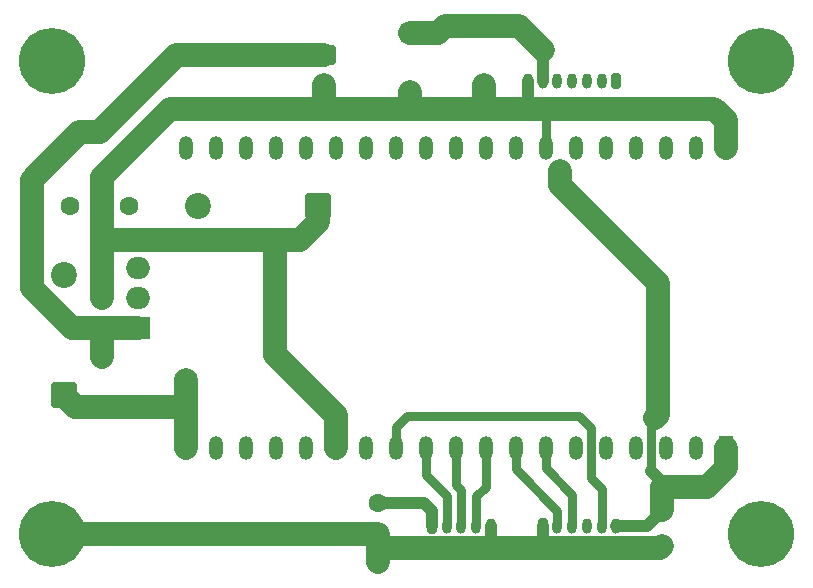
<source format=gbr>
%TF.GenerationSoftware,KiCad,Pcbnew,9.0.4*%
%TF.CreationDate,2025-12-06T22:06:23+01:00*%
%TF.ProjectId,bluebox,626c7565-626f-4782-9e6b-696361645f70,rev?*%
%TF.SameCoordinates,Original*%
%TF.FileFunction,Copper,L1,Top*%
%TF.FilePolarity,Positive*%
%FSLAX46Y46*%
G04 Gerber Fmt 4.6, Leading zero omitted, Abs format (unit mm)*
G04 Created by KiCad (PCBNEW 9.0.4) date 2025-12-06 22:06:23*
%MOMM*%
%LPD*%
G01*
G04 APERTURE LIST*
G04 Aperture macros list*
%AMRoundRect*
0 Rectangle with rounded corners*
0 $1 Rounding radius*
0 $2 $3 $4 $5 $6 $7 $8 $9 X,Y pos of 4 corners*
0 Add a 4 corners polygon primitive as box body*
4,1,4,$2,$3,$4,$5,$6,$7,$8,$9,$2,$3,0*
0 Add four circle primitives for the rounded corners*
1,1,$1+$1,$2,$3*
1,1,$1+$1,$4,$5*
1,1,$1+$1,$6,$7*
1,1,$1+$1,$8,$9*
0 Add four rect primitives between the rounded corners*
20,1,$1+$1,$2,$3,$4,$5,0*
20,1,$1+$1,$4,$5,$6,$7,0*
20,1,$1+$1,$6,$7,$8,$9,0*
20,1,$1+$1,$8,$9,$2,$3,0*%
G04 Aperture macros list end*
%TA.AperFunction,ComponentPad*%
%ADD10C,1.600000*%
%TD*%
%TA.AperFunction,ComponentPad*%
%ADD11RoundRect,0.249999X0.850001X0.850001X-0.850001X0.850001X-0.850001X-0.850001X0.850001X-0.850001X0*%
%TD*%
%TA.AperFunction,ComponentPad*%
%ADD12C,2.200000*%
%TD*%
%TA.AperFunction,ComponentPad*%
%ADD13C,5.600000*%
%TD*%
%TA.AperFunction,ComponentPad*%
%ADD14R,2.000000X1.905000*%
%TD*%
%TA.AperFunction,ComponentPad*%
%ADD15O,2.000000X1.905000*%
%TD*%
%TA.AperFunction,ComponentPad*%
%ADD16RoundRect,0.200000X-0.200000X-0.450000X0.200000X-0.450000X0.200000X0.450000X-0.200000X0.450000X0*%
%TD*%
%TA.AperFunction,ComponentPad*%
%ADD17O,0.800000X1.300000*%
%TD*%
%TA.AperFunction,ComponentPad*%
%ADD18RoundRect,0.250000X-0.550000X0.550000X-0.550000X-0.550000X0.550000X-0.550000X0.550000X0.550000X0*%
%TD*%
%TA.AperFunction,ComponentPad*%
%ADD19C,2.000000*%
%TD*%
%TA.AperFunction,ComponentPad*%
%ADD20RoundRect,0.200000X0.200000X0.450000X-0.200000X0.450000X-0.200000X-0.450000X0.200000X-0.450000X0*%
%TD*%
%TA.AperFunction,ComponentPad*%
%ADD21RoundRect,0.249999X0.850001X-0.850001X0.850001X0.850001X-0.850001X0.850001X-0.850001X-0.850001X0*%
%TD*%
%TA.AperFunction,ComponentPad*%
%ADD22RoundRect,0.250000X-0.750000X0.600000X-0.750000X-0.600000X0.750000X-0.600000X0.750000X0.600000X0*%
%TD*%
%TA.AperFunction,ComponentPad*%
%ADD23O,2.000000X1.700000*%
%TD*%
%TA.AperFunction,ComponentPad*%
%ADD24R,1.200000X2.000000*%
%TD*%
%TA.AperFunction,ComponentPad*%
%ADD25O,1.200000X2.000000*%
%TD*%
%TA.AperFunction,ViaPad*%
%ADD26C,0.800000*%
%TD*%
%TA.AperFunction,ViaPad*%
%ADD27C,2.000000*%
%TD*%
%TA.AperFunction,Conductor*%
%ADD28C,2.000000*%
%TD*%
%TA.AperFunction,Conductor*%
%ADD29C,0.370000*%
%TD*%
%TA.AperFunction,Conductor*%
%ADD30C,0.800000*%
%TD*%
%TA.AperFunction,Conductor*%
%ADD31C,1.000000*%
%TD*%
G04 APERTURE END LIST*
D10*
%TO.P,C202,1*%
%TO.N,Net-(D201-A)*%
X136500000Y-92250000D03*
%TO.P,C202,2*%
%TO.N,Net-(D202-A)*%
X141500000Y-92250000D03*
%TD*%
D11*
%TO.P,D202,1,K*%
%TO.N,GND*%
X157480000Y-92250000D03*
D12*
%TO.P,D202,2,A*%
%TO.N,Net-(D202-A)*%
X147320000Y-92250000D03*
%TD*%
D13*
%TO.P,H102,1,1*%
%TO.N,unconnected-(H102-Pad1)*%
X135000000Y-80000000D03*
%TD*%
D14*
%TO.P,U201,1,IN*%
%TO.N,Net-(J201-Pin_1)*%
X142240000Y-102535000D03*
D15*
%TO.P,U201,2,GND*%
%TO.N,Net-(D202-A)*%
X142240000Y-99995000D03*
%TO.P,U201,3,OUT*%
%TO.N,Net-(D201-A)*%
X142240000Y-97455000D03*
%TD*%
D16*
%TO.P,J303,1,Pin_1*%
%TO.N,GND*%
X176500000Y-119300000D03*
D17*
%TO.P,J303,2,Pin_2*%
%TO.N,Net-(J303-Pin_2)*%
X177750000Y-119300000D03*
%TO.P,J303,3,Pin_3*%
%TO.N,Net-(J303-Pin_3)*%
X179000000Y-119300000D03*
%TO.P,J303,4,Pin_4*%
%TO.N,Net-(J303-Pin_4)*%
X180250000Y-119300000D03*
%TO.P,J303,5,Pin_5*%
%TO.N,Net-(J303-Pin_5)*%
X181500000Y-119300000D03*
%TO.P,J303,6,Pin_6*%
%TO.N,Net-(J301-Pin_6)*%
X182750000Y-119300000D03*
%TD*%
D18*
%TO.P,C302,1*%
%TO.N,Net-(J301-Pin_6)*%
X165250000Y-77597349D03*
D10*
%TO.P,C302,2*%
%TO.N,GND*%
X165250000Y-82597349D03*
%TD*%
D16*
%TO.P,J302,1,Pin_1*%
%TO.N,Net-(J301-Pin_6)*%
X167125000Y-119300000D03*
D17*
%TO.P,J302,2,Pin_2*%
%TO.N,Net-(J302-Pin_2)*%
X168375000Y-119300000D03*
%TO.P,J302,3,Pin_3*%
%TO.N,Net-(J302-Pin_3)*%
X169625000Y-119300000D03*
%TO.P,J302,4,Pin_4*%
%TO.N,Net-(J302-Pin_4)*%
X170875000Y-119300000D03*
%TO.P,J302,5,Pin_5*%
%TO.N,GND*%
X172125000Y-119300000D03*
%TD*%
D19*
%TO.P,TP202,1,1*%
%TO.N,/MPU/MCU5V*%
X141350000Y-109250000D03*
%TD*%
D20*
%TO.P,J301,1,Pin_1*%
%TO.N,Net-(J301-Pin_1)*%
X182750000Y-81700000D03*
D17*
%TO.P,J301,2,Pin_2*%
%TO.N,Net-(J301-Pin_2)*%
X181500000Y-81700000D03*
%TO.P,J301,3,Pin_3*%
%TO.N,Net-(J301-Pin_3)*%
X180250000Y-81700000D03*
%TO.P,J301,4,Pin_4*%
%TO.N,Net-(J301-Pin_4)*%
X179000000Y-81700000D03*
%TO.P,J301,5,Pin_5*%
%TO.N,Net-(J301-Pin_5)*%
X177750000Y-81700000D03*
%TO.P,J301,6,Pin_6*%
%TO.N,Net-(J301-Pin_6)*%
X176500000Y-81700000D03*
%TO.P,J301,7,Pin_7*%
%TO.N,GND*%
X175250000Y-81700000D03*
%TD*%
D10*
%TO.P,C304,1*%
%TO.N,Net-(J301-Pin_6)*%
X162600000Y-117400000D03*
%TO.P,C304,2*%
%TO.N,GND*%
X162600000Y-122400000D03*
%TD*%
%TO.P,C303,1*%
%TO.N,Net-(J301-Pin_6)*%
X186600000Y-116000000D03*
%TO.P,C303,2*%
%TO.N,GND*%
X186600000Y-121000000D03*
%TD*%
%TO.P,C201,1*%
%TO.N,Net-(J201-Pin_1)*%
X139184088Y-104991196D03*
%TO.P,C201,2*%
%TO.N,GND*%
X139184088Y-99991196D03*
%TD*%
D13*
%TO.P,H103,1,1*%
%TO.N,unconnected-(H103-Pad1)*%
X195000000Y-120000000D03*
%TD*%
%TO.P,H101,1,1*%
%TO.N,GND*%
X135000000Y-120000000D03*
%TD*%
%TO.P,H104,1,1*%
%TO.N,unconnected-(H104-Pad1)*%
X195000000Y-80000000D03*
%TD*%
D19*
%TO.P,TP201,1,1*%
%TO.N,GND*%
X159000000Y-120000000D03*
%TD*%
D21*
%TO.P,D201,1,K*%
%TO.N,/MPU/MCU5V*%
X135950000Y-108280000D03*
D12*
%TO.P,D201,2,A*%
%TO.N,Net-(D201-A)*%
X135950000Y-98120000D03*
%TD*%
D10*
%TO.P,C301,1*%
%TO.N,Net-(J301-Pin_6)*%
X171500000Y-77000000D03*
%TO.P,C301,2*%
%TO.N,GND*%
X171500000Y-82000000D03*
%TD*%
D22*
%TO.P,J201,1,Pin_1*%
%TO.N,Net-(J201-Pin_1)*%
X158000000Y-79500000D03*
D23*
%TO.P,J201,2,Pin_2*%
%TO.N,GND*%
X158000000Y-82000000D03*
%TD*%
D24*
%TO.P,U301,1,3V3*%
%TO.N,Net-(J301-Pin_6)*%
X192000000Y-112700000D03*
D25*
%TO.P,U301,2,CHIP_PU*%
%TO.N,unconnected-(U301-CHIP_PU-Pad2)*%
X189460000Y-112700000D03*
%TO.P,U301,3,SENSOR_VP/GPIO36/ADC1_CH0*%
%TO.N,unconnected-(U301-SENSOR_VP{slash}GPIO36{slash}ADC1_CH0-Pad3)*%
X186920000Y-112700000D03*
%TO.P,U301,4,SENSOR_VN/GPIO39/ADC1_CH3*%
%TO.N,unconnected-(U301-SENSOR_VN{slash}GPIO39{slash}ADC1_CH3-Pad4)*%
X184380000Y-112700000D03*
%TO.P,U301,5,VDET_1/GPIO34/ADC1_CH6*%
%TO.N,unconnected-(U301-VDET_1{slash}GPIO34{slash}ADC1_CH6-Pad5)*%
X181840000Y-112700000D03*
%TO.P,U301,6,VDET_2/GPIO35/ADC1_CH7*%
%TO.N,unconnected-(U301-VDET_2{slash}GPIO35{slash}ADC1_CH7-Pad6)*%
X179300000Y-112700000D03*
%TO.P,U301,7,32K_XP/GPIO32/ADC1_CH4*%
%TO.N,Net-(J303-Pin_3)*%
X176760000Y-112700000D03*
%TO.P,U301,8,32K_XN/GPIO33/ADC1_CH5*%
%TO.N,Net-(J303-Pin_2)*%
X174220000Y-112700000D03*
%TO.P,U301,9,DAC_1/ADC2_CH8/GPIO25*%
%TO.N,Net-(J302-Pin_4)*%
X171680000Y-112700000D03*
%TO.P,U301,10,DAC_2/ADC2_CH9/GPIO26*%
%TO.N,Net-(J302-Pin_3)*%
X169140000Y-112700000D03*
%TO.P,U301,11,ADC2_CH7/GPIO27*%
%TO.N,Net-(J302-Pin_2)*%
X166600000Y-112700000D03*
%TO.P,U301,12,MTMS/GPIO14/ADC2_CH6*%
%TO.N,Net-(J303-Pin_5)*%
X164060000Y-112700000D03*
%TO.P,U301,13,MTDI/GPIO12/ADC2_CH5*%
%TO.N,unconnected-(U301-MTDI{slash}GPIO12{slash}ADC2_CH5-Pad13)*%
X161520000Y-112700000D03*
%TO.P,U301,14,GND*%
%TO.N,GND*%
X158980000Y-112700000D03*
%TO.P,U301,15,MTCK/GPIO13/ADC2_CH4*%
%TO.N,Net-(J303-Pin_4)*%
X156440000Y-112700000D03*
%TO.P,U301,16,SD_DATA2/GPIO9*%
%TO.N,unconnected-(U301-SD_DATA2{slash}GPIO9-Pad16)*%
X153900000Y-112700000D03*
%TO.P,U301,17,SD_DATA3/GPIO10*%
%TO.N,unconnected-(U301-SD_DATA3{slash}GPIO10-Pad17)*%
X151360000Y-112700000D03*
%TO.P,U301,18,CMD*%
%TO.N,unconnected-(U301-CMD-Pad18)*%
X148820000Y-112700000D03*
%TO.P,U301,19,5V*%
%TO.N,/MPU/MCU5V*%
X146280000Y-112700000D03*
%TO.P,U301,20,SD_CLK/GPIO6*%
%TO.N,unconnected-(U301-SD_CLK{slash}GPIO6-Pad20)*%
X146282720Y-87303680D03*
%TO.P,U301,21,SD_DATA0/GPIO7*%
%TO.N,unconnected-(U301-SD_DATA0{slash}GPIO7-Pad21)*%
X148822720Y-87303680D03*
%TO.P,U301,22,SD_DATA1/GPIO8*%
%TO.N,unconnected-(U301-SD_DATA1{slash}GPIO8-Pad22)*%
X151360000Y-87300000D03*
%TO.P,U301,23,MTDO/GPIO15/ADC2_CH3*%
%TO.N,unconnected-(U301-MTDO{slash}GPIO15{slash}ADC2_CH3-Pad23)*%
X153900000Y-87300000D03*
%TO.P,U301,24,ADC2_CH2/GPIO2*%
%TO.N,unconnected-(U301-ADC2_CH2{slash}GPIO2-Pad24)*%
X156440000Y-87300000D03*
%TO.P,U301,25,GPIO0/BOOT/ADC2_CH1*%
%TO.N,unconnected-(U301-GPIO0{slash}BOOT{slash}ADC2_CH1-Pad25)*%
X158980000Y-87300000D03*
%TO.P,U301,26,ADC2_CH0/GPIO4*%
%TO.N,unconnected-(U301-ADC2_CH0{slash}GPIO4-Pad26)*%
X161520000Y-87300000D03*
%TO.P,U301,27,GPIO16*%
%TO.N,unconnected-(U301-GPIO16-Pad27)*%
X164060000Y-87300000D03*
%TO.P,U301,28,GPIO17*%
%TO.N,unconnected-(U301-GPIO17-Pad28)*%
X166600000Y-87300000D03*
%TO.P,U301,29,GPIO5*%
%TO.N,Net-(J301-Pin_1)*%
X169140000Y-87300000D03*
%TO.P,U301,30,GPIO18*%
%TO.N,Net-(J301-Pin_5)*%
X171680000Y-87300000D03*
%TO.P,U301,31,GPIO19*%
%TO.N,unconnected-(U301-GPIO19-Pad31)*%
X174220000Y-87300000D03*
%TO.P,U301,32,GND*%
%TO.N,GND*%
X176760000Y-87300000D03*
%TO.P,U301,33,GPIO21*%
%TO.N,Net-(J301-Pin_2)*%
X179300000Y-87300000D03*
%TO.P,U301,34,U0RXD/GPIO3*%
%TO.N,unconnected-(U301-U0RXD{slash}GPIO3-Pad34)*%
X181840000Y-87300000D03*
%TO.P,U301,35,U0TXD/GPIO1*%
%TO.N,unconnected-(U301-U0TXD{slash}GPIO1-Pad35)*%
X184380000Y-87300000D03*
%TO.P,U301,36,GPIO22*%
%TO.N,Net-(J301-Pin_3)*%
X186920000Y-87300000D03*
%TO.P,U301,37,GPIO23*%
%TO.N,Net-(J301-Pin_4)*%
X189460000Y-87300000D03*
%TO.P,U301,38,GND*%
%TO.N,GND*%
X192000000Y-87300000D03*
%TD*%
D26*
%TO.N,Net-(J301-Pin_6)*%
X178030000Y-89300000D03*
D27*
%TO.N,/MPU/MCU5V*%
X146280000Y-107000000D03*
%TD*%
D28*
%TO.N,/MPU/MCU5V*%
X141350000Y-109250000D02*
X136920000Y-109250000D01*
X136920000Y-109250000D02*
X135950000Y-108280000D01*
%TO.N,GND*%
X157480000Y-93620000D02*
X157480000Y-92250000D01*
%TO.N,/MPU/MCU5V*%
X146280000Y-109250000D02*
X141350000Y-109250000D01*
%TO.N,GND*%
X153850000Y-95100000D02*
X156000000Y-95100000D01*
X153850000Y-95100000D02*
X153850000Y-104850000D01*
X153850000Y-104850000D02*
X158980000Y-109980000D01*
X139684088Y-95100000D02*
X153850000Y-95100000D01*
X156000000Y-95100000D02*
X157480000Y-93620000D01*
X139184088Y-99991196D02*
X139184088Y-94600000D01*
X139184088Y-94600000D02*
X139184088Y-89815912D01*
X139184088Y-89815912D02*
X144983945Y-84016055D01*
X144983945Y-84016055D02*
X158000000Y-84016055D01*
%TO.N,Net-(J201-Pin_1)*%
X136635000Y-102535000D02*
X133250000Y-99150000D01*
D29*
X133250000Y-99150000D02*
X133250000Y-98650000D01*
D28*
X139000000Y-86000000D02*
X137250000Y-86000000D01*
X133250000Y-90000000D02*
X133250000Y-98650000D01*
X137250000Y-86000000D02*
X133250000Y-90000000D01*
D29*
%TO.N,GND*%
X172125000Y-120875000D02*
X172000000Y-121000000D01*
X165250000Y-83766055D02*
X165500000Y-84016055D01*
D28*
X171500000Y-84016055D02*
X171500000Y-82000000D01*
X162600000Y-120000000D02*
X162600000Y-121200000D01*
X191016055Y-84016055D02*
X192000000Y-85000000D01*
X171500000Y-84016055D02*
X165500000Y-84016055D01*
D30*
X176760000Y-84026055D02*
X176750000Y-84016055D01*
D31*
X165500000Y-84016055D02*
X166000000Y-84016055D01*
D29*
X166000000Y-84016055D02*
X166277489Y-84016055D01*
D28*
X192000000Y-87300000D02*
X192000000Y-85000000D01*
X159000000Y-120000000D02*
X135000000Y-120000000D01*
X162600000Y-121200000D02*
X162600000Y-122400000D01*
X176750000Y-84016055D02*
X191016055Y-84016055D01*
X158000000Y-84016055D02*
X165500000Y-84016055D01*
X139187892Y-99995000D02*
X139184088Y-99991196D01*
D30*
X176760000Y-87300000D02*
X176760000Y-84026055D01*
X176760000Y-86240000D02*
X176760000Y-87300000D01*
D31*
X176500000Y-119300000D02*
X176500000Y-121000000D01*
D28*
X158980000Y-109980000D02*
X158980000Y-112700000D01*
X171500000Y-84016055D02*
X175016055Y-84016055D01*
D29*
X166277489Y-84016055D02*
X166268356Y-84006922D01*
D28*
X162800000Y-121200000D02*
X186400000Y-121200000D01*
X175016055Y-84016055D02*
X176750000Y-84016055D01*
D30*
X162800000Y-121000000D02*
X162600000Y-121200000D01*
D28*
X159000000Y-120000000D02*
X162600000Y-120000000D01*
X186400000Y-121200000D02*
X186600000Y-121000000D01*
X158000000Y-84016055D02*
X158000000Y-82000000D01*
D31*
X175250000Y-81700000D02*
X175250000Y-83782110D01*
X172125000Y-119300000D02*
X172125000Y-120875000D01*
D30*
X192000000Y-85000000D02*
X191500000Y-84500000D01*
D28*
X165250000Y-82597349D02*
X165250000Y-83766055D01*
%TO.N,Net-(J201-Pin_1)*%
X139200000Y-102535000D02*
X136635000Y-102535000D01*
X145500000Y-79500000D02*
X139000000Y-86000000D01*
X158000000Y-79500000D02*
X145500000Y-79500000D01*
X142240000Y-102535000D02*
X139200000Y-102535000D01*
D29*
X139184088Y-102550912D02*
X139200000Y-102535000D01*
D28*
X139184088Y-104991196D02*
X139184088Y-102550912D01*
%TO.N,Net-(J301-Pin_6)*%
X186600000Y-118000000D02*
X186600000Y-116000000D01*
D30*
X185650000Y-114693000D02*
X185650000Y-111800000D01*
D28*
X190400000Y-116000000D02*
X192000000Y-114400000D01*
X190400000Y-116000000D02*
X186600000Y-116000000D01*
D31*
X186600000Y-116000000D02*
X186600000Y-115600000D01*
D30*
X185650000Y-111800000D02*
X185650000Y-110507000D01*
D28*
X167652651Y-77597349D02*
X168250000Y-77000000D01*
D31*
X185300000Y-119300000D02*
X186600000Y-118000000D01*
D28*
X186250000Y-98750000D02*
X186250000Y-109950000D01*
D31*
X162600000Y-117400000D02*
X166500000Y-117400000D01*
X167125000Y-118025000D02*
X167125000Y-119300000D01*
D28*
X192000000Y-114400000D02*
X192000000Y-112700000D01*
X174500000Y-77000000D02*
X171500000Y-77000000D01*
X178000000Y-89300000D02*
X178000000Y-90500000D01*
D31*
X185693000Y-110507000D02*
X186000000Y-110200000D01*
D28*
X176500000Y-79000000D02*
X174500000Y-77000000D01*
D31*
X166500000Y-117400000D02*
X167125000Y-118025000D01*
D28*
X165250000Y-77597349D02*
X167652651Y-77597349D01*
X168250000Y-77000000D02*
X171500000Y-77000000D01*
X186250000Y-109950000D02*
X186000000Y-110200000D01*
D31*
X186600000Y-115600000D02*
X185693000Y-114693000D01*
X176500000Y-81700000D02*
X176500000Y-79000000D01*
D28*
X178000000Y-90500000D02*
X186250000Y-98750000D01*
D31*
X182750000Y-119300000D02*
X185300000Y-119300000D01*
D28*
%TO.N,/MPU/MCU5V*%
X146280000Y-107000000D02*
X146280000Y-109250000D01*
D30*
X146347114Y-112632886D02*
X146280000Y-112700000D01*
D28*
X146280000Y-112700000D02*
X146280000Y-109250000D01*
D30*
%TO.N,Net-(J302-Pin_2)*%
X166600000Y-115000000D02*
X166600000Y-112700000D01*
X168375000Y-116775000D02*
X166600000Y-115000000D01*
X168375000Y-119300000D02*
X168375000Y-116775000D01*
%TO.N,Net-(J302-Pin_3)*%
X169140000Y-115840000D02*
X169140000Y-112700000D01*
X169625000Y-119300000D02*
X169625000Y-116325000D01*
X169625000Y-116325000D02*
X169140000Y-115840000D01*
%TO.N,Net-(J303-Pin_2)*%
X177750000Y-119300000D02*
X177750000Y-118050000D01*
X174220000Y-114520000D02*
X174220000Y-112700000D01*
X177750000Y-118050000D02*
X174220000Y-114520000D01*
%TO.N,Net-(J303-Pin_3)*%
X176760000Y-112700000D02*
X176760000Y-114460000D01*
X179000000Y-116700000D02*
X179000000Y-119300000D01*
X176760000Y-114460000D02*
X179000000Y-116700000D01*
%TO.N,Net-(J302-Pin_4)*%
X171680000Y-116020000D02*
X171680000Y-112700000D01*
X170875000Y-116825000D02*
X171680000Y-116020000D01*
X170875000Y-119300000D02*
X170875000Y-116825000D01*
%TO.N,Net-(J303-Pin_5)*%
X180570000Y-111000000D02*
X180570000Y-115300000D01*
X165000000Y-110000000D02*
X179600000Y-110000000D01*
X164060000Y-112700000D02*
X164060000Y-110940000D01*
X164060000Y-110940000D02*
X165000000Y-110000000D01*
X181500000Y-116200000D02*
X181500000Y-119300000D01*
X180600000Y-115300000D02*
X181500000Y-116200000D01*
X179600000Y-110030000D02*
X180570000Y-111000000D01*
X180570000Y-115300000D02*
X180600000Y-115300000D01*
X179600000Y-110000000D02*
X179600000Y-110030000D01*
%TD*%
M02*

</source>
